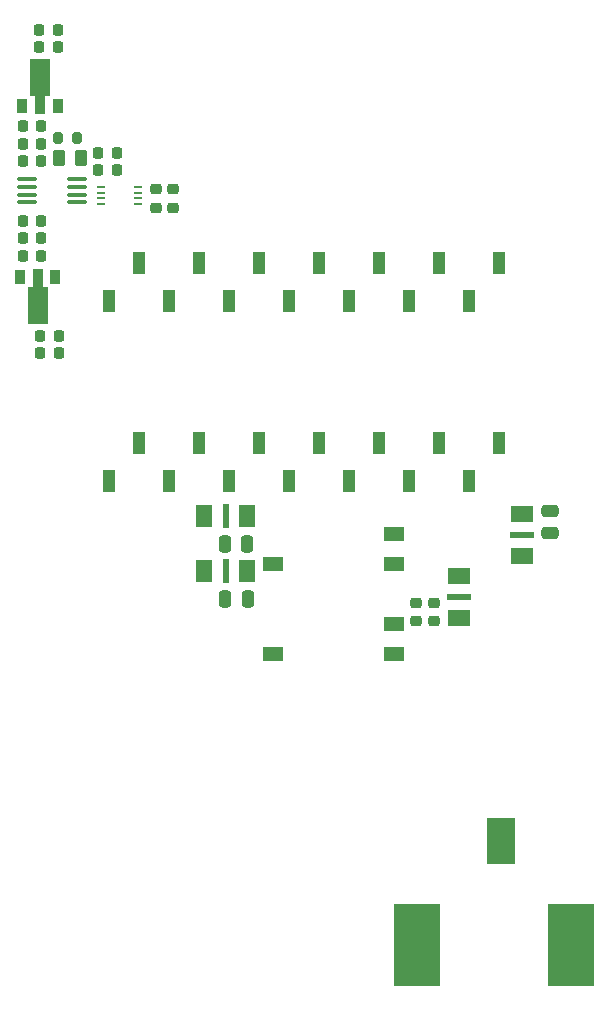
<source format=gtp>
G04 #@! TF.GenerationSoftware,KiCad,Pcbnew,7.0.1*
G04 #@! TF.CreationDate,2024-09-06T16:35:00-07:00*
G04 #@! TF.ProjectId,FACED Frame Clock,46414345-4420-4467-9261-6d6520436c6f,rev?*
G04 #@! TF.SameCoordinates,Original*
G04 #@! TF.FileFunction,Paste,Top*
G04 #@! TF.FilePolarity,Positive*
%FSLAX46Y46*%
G04 Gerber Fmt 4.6, Leading zero omitted, Abs format (unit mm)*
G04 Created by KiCad (PCBNEW 7.0.1) date 2024-09-06 16:35:00*
%MOMM*%
%LPD*%
G01*
G04 APERTURE LIST*
G04 Aperture macros list*
%AMRoundRect*
0 Rectangle with rounded corners*
0 $1 Rounding radius*
0 $2 $3 $4 $5 $6 $7 $8 $9 X,Y pos of 4 corners*
0 Add a 4 corners polygon primitive as box body*
4,1,4,$2,$3,$4,$5,$6,$7,$8,$9,$2,$3,0*
0 Add four circle primitives for the rounded corners*
1,1,$1+$1,$2,$3*
1,1,$1+$1,$4,$5*
1,1,$1+$1,$6,$7*
1,1,$1+$1,$8,$9*
0 Add four rect primitives between the rounded corners*
20,1,$1+$1,$2,$3,$4,$5,0*
20,1,$1+$1,$4,$5,$6,$7,0*
20,1,$1+$1,$6,$7,$8,$9,0*
20,1,$1+$1,$8,$9,$2,$3,0*%
%AMFreePoly0*
4,1,9,3.862500,-0.866500,0.737500,-0.866500,0.737500,-0.450000,-0.737500,-0.450000,-0.737500,0.450000,0.737500,0.450000,0.737500,0.866500,3.862500,0.866500,3.862500,-0.866500,3.862500,-0.866500,$1*%
G04 Aperture macros list end*
%ADD10R,1.397000X1.930400*%
%ADD11R,0.609600X2.006600*%
%ADD12R,1.930400X1.397000*%
%ADD13R,2.006600X0.609600*%
%ADD14R,1.800000X1.200000*%
%ADD15RoundRect,0.250000X-0.250000X-0.475000X0.250000X-0.475000X0.250000X0.475000X-0.250000X0.475000X0*%
%ADD16RoundRect,0.225000X-0.225000X-0.250000X0.225000X-0.250000X0.225000X0.250000X-0.225000X0.250000X0*%
%ADD17R,1.020000X1.905000*%
%ADD18RoundRect,0.225000X-0.250000X0.225000X-0.250000X-0.225000X0.250000X-0.225000X0.250000X0.225000X0*%
%ADD19RoundRect,0.225000X0.225000X0.250000X-0.225000X0.250000X-0.225000X-0.250000X0.225000X-0.250000X0*%
%ADD20RoundRect,0.100000X-0.712500X-0.100000X0.712500X-0.100000X0.712500X0.100000X-0.712500X0.100000X0*%
%ADD21R,2.489200X3.987800*%
%ADD22R,3.987800X6.999999*%
%ADD23R,0.900000X1.300000*%
%ADD24FreePoly0,90.000000*%
%ADD25RoundRect,0.225000X0.250000X-0.225000X0.250000X0.225000X-0.250000X0.225000X-0.250000X-0.225000X0*%
%ADD26FreePoly0,270.000000*%
%ADD27R,0.762000X0.254000*%
%ADD28RoundRect,0.200000X0.200000X0.275000X-0.200000X0.275000X-0.200000X-0.275000X0.200000X-0.275000X0*%
%ADD29RoundRect,0.250000X0.262500X0.450000X-0.262500X0.450000X-0.262500X-0.450000X0.262500X-0.450000X0*%
%ADD30RoundRect,0.250000X0.250000X0.475000X-0.250000X0.475000X-0.250000X-0.475000X0.250000X-0.475000X0*%
%ADD31RoundRect,0.250000X0.475000X-0.250000X0.475000X0.250000X-0.475000X0.250000X-0.475000X-0.250000X0*%
G04 APERTURE END LIST*
D10*
X138068700Y-136570000D03*
D11*
X139872100Y-136570000D03*
D10*
X141675500Y-136570000D03*
X141678100Y-141188999D03*
D11*
X139874700Y-141188999D03*
D10*
X138071300Y-141188999D03*
D12*
X159660000Y-145183400D03*
D13*
X159660000Y-143380000D03*
D12*
X159660000Y-141576600D03*
X164970000Y-136348700D03*
D13*
X164970000Y-138152100D03*
D12*
X164970000Y-139955500D03*
D14*
X154097900Y-148250199D03*
X154097900Y-145710199D03*
X154097900Y-140630199D03*
X154097900Y-138090199D03*
X143897900Y-140630199D03*
X143897900Y-148250199D03*
D15*
X139826400Y-138902999D03*
X141726400Y-138902999D03*
D16*
X122691000Y-103495399D03*
X124241000Y-103495399D03*
D17*
X163001400Y-115123999D03*
X160461400Y-118328999D03*
X157921400Y-115123999D03*
X155381400Y-118328999D03*
X152841400Y-115123999D03*
X150301400Y-118328999D03*
X147761400Y-115123999D03*
X145221400Y-118328999D03*
X142681400Y-115123999D03*
X140141400Y-118328999D03*
X137601400Y-115123999D03*
X135061400Y-118328999D03*
X132521400Y-115123999D03*
X129981400Y-118328999D03*
X129991400Y-133571499D03*
X132531400Y-130366499D03*
X135071400Y-133571499D03*
X137611400Y-130366499D03*
X140151400Y-133571499D03*
X142691400Y-130366499D03*
X145231400Y-133571499D03*
X147771400Y-130366499D03*
X150311400Y-133571499D03*
X152851400Y-130366499D03*
X155391400Y-133571499D03*
X157931400Y-130366499D03*
X160471400Y-133571499D03*
X163011400Y-130366499D03*
D18*
X157550000Y-143917100D03*
X157550000Y-145467100D03*
X156040000Y-143917100D03*
X156040000Y-145467100D03*
D16*
X129117200Y-107254599D03*
X130667200Y-107254599D03*
D19*
X124267000Y-111518999D03*
X122717000Y-111518999D03*
X125752600Y-122773999D03*
X124202600Y-122773999D03*
D20*
X123092500Y-108024999D03*
X123092500Y-108674999D03*
X123092500Y-109324999D03*
X123092500Y-109974999D03*
X127317500Y-109974999D03*
X127317500Y-109324999D03*
X127317500Y-108674999D03*
X127317500Y-108024999D03*
D21*
X163179999Y-164074900D03*
D22*
X156080000Y-172824901D03*
X169080000Y-172824901D03*
D23*
X122663400Y-101793599D03*
D24*
X124163400Y-101706099D03*
D23*
X125663400Y-101793599D03*
D25*
X133951400Y-110425000D03*
X133951400Y-108875000D03*
D23*
X125455000Y-116299999D03*
D26*
X123955000Y-116387499D03*
D23*
X122455000Y-116299999D03*
D19*
X130667200Y-105781399D03*
X129117200Y-105781399D03*
X124255000Y-106499999D03*
X122705000Y-106499999D03*
D16*
X124115000Y-96850000D03*
X125665000Y-96850000D03*
D27*
X132484400Y-110148588D03*
X132484400Y-109648462D03*
X132484400Y-109148336D03*
X132484400Y-108648210D03*
X129334800Y-108648210D03*
X129334800Y-109148336D03*
X129334800Y-109648462D03*
X129334800Y-110148588D03*
D28*
X127326600Y-104511399D03*
X125676600Y-104511399D03*
D29*
X127617300Y-106238599D03*
X125792300Y-106238599D03*
D19*
X124255000Y-104999999D03*
X122705000Y-104999999D03*
X124266400Y-113018999D03*
X122716400Y-113018999D03*
D18*
X135450000Y-108875000D03*
X135450000Y-110425000D03*
D19*
X125752600Y-121275399D03*
X124202600Y-121275399D03*
D30*
X139836600Y-143525799D03*
X141736600Y-143525799D03*
D16*
X124105000Y-95350000D03*
X125655000Y-95350000D03*
D31*
X167319400Y-137979999D03*
X167319400Y-136079999D03*
D16*
X122716400Y-114518999D03*
X124266400Y-114518999D03*
M02*

</source>
